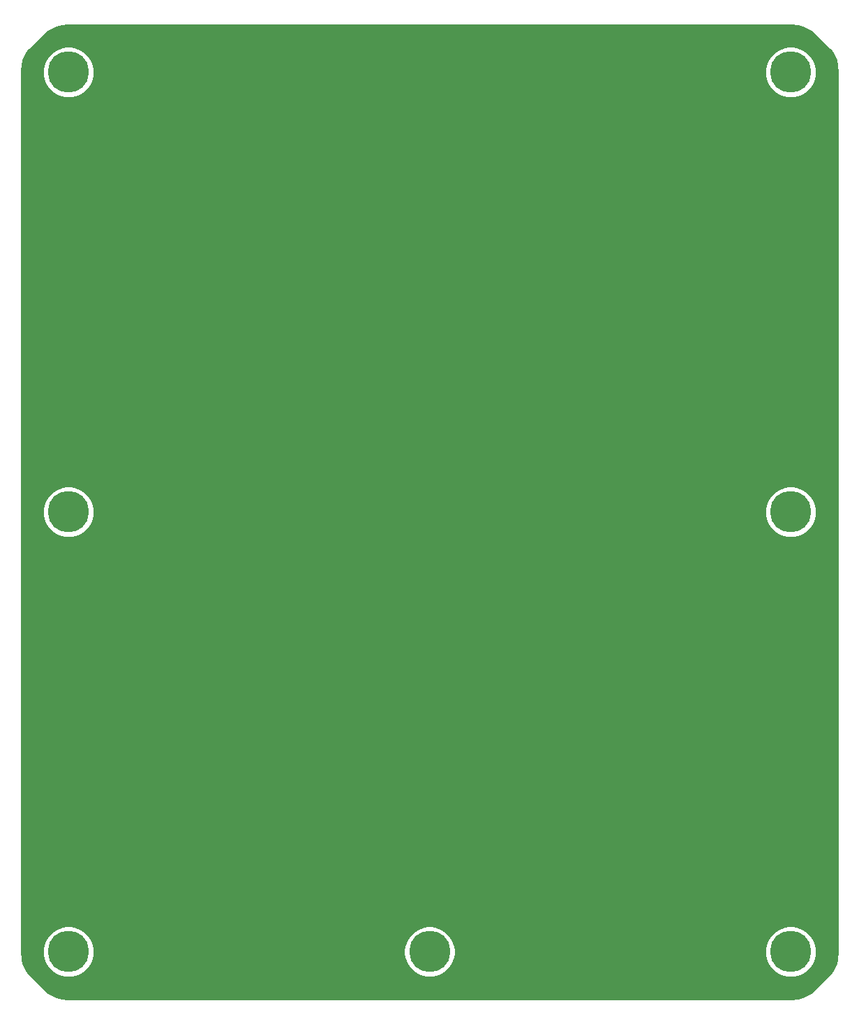
<source format=gbr>
G04 #@! TF.GenerationSoftware,KiCad,Pcbnew,(5.1.5)-3*
G04 #@! TF.CreationDate,2020-07-25T15:17:40-04:00*
G04 #@! TF.ProjectId,bottom-plate,626f7474-6f6d-42d7-906c-6174652e6b69,rev?*
G04 #@! TF.SameCoordinates,Original*
G04 #@! TF.FileFunction,Copper,L2,Bot*
G04 #@! TF.FilePolarity,Positive*
%FSLAX46Y46*%
G04 Gerber Fmt 4.6, Leading zero omitted, Abs format (unit mm)*
G04 Created by KiCad (PCBNEW (5.1.5)-3) date 2020-07-25 15:17:40*
%MOMM*%
%LPD*%
G04 APERTURE LIST*
%ADD10C,5.000000*%
%ADD11C,0.254000*%
G04 APERTURE END LIST*
D10*
X105410000Y-43180000D03*
X105410000Y-149860000D03*
X105410000Y-96520000D03*
X193040000Y-149860000D03*
X149225000Y-149860000D03*
X193040000Y-43180000D03*
X193040000Y-96520000D03*
D11*
G36*
X193929791Y-37562068D02*
G01*
X194488356Y-37696168D01*
X195504768Y-38204374D01*
X198015626Y-40715232D01*
X198523831Y-41731643D01*
X198657931Y-42290207D01*
X198730001Y-43205939D01*
X198730000Y-149834074D01*
X198657931Y-150749793D01*
X198523831Y-151308357D01*
X198015626Y-152324768D01*
X195504768Y-154835626D01*
X194488356Y-155343832D01*
X193929791Y-155477932D01*
X193014074Y-155550000D01*
X105435926Y-155550000D01*
X104520207Y-155477931D01*
X103961643Y-155343831D01*
X102945232Y-154835626D01*
X100434374Y-152324768D01*
X99926168Y-151308356D01*
X99792068Y-150749791D01*
X99720000Y-149834074D01*
X99720000Y-149551229D01*
X102275000Y-149551229D01*
X102275000Y-150168771D01*
X102395476Y-150774446D01*
X102631799Y-151344979D01*
X102974886Y-151858446D01*
X103411554Y-152295114D01*
X103925021Y-152638201D01*
X104495554Y-152874524D01*
X105101229Y-152995000D01*
X105718771Y-152995000D01*
X106324446Y-152874524D01*
X106894979Y-152638201D01*
X107408446Y-152295114D01*
X107845114Y-151858446D01*
X108188201Y-151344979D01*
X108424524Y-150774446D01*
X108545000Y-150168771D01*
X108545000Y-149551229D01*
X146090000Y-149551229D01*
X146090000Y-150168771D01*
X146210476Y-150774446D01*
X146446799Y-151344979D01*
X146789886Y-151858446D01*
X147226554Y-152295114D01*
X147740021Y-152638201D01*
X148310554Y-152874524D01*
X148916229Y-152995000D01*
X149533771Y-152995000D01*
X150139446Y-152874524D01*
X150709979Y-152638201D01*
X151223446Y-152295114D01*
X151660114Y-151858446D01*
X152003201Y-151344979D01*
X152239524Y-150774446D01*
X152360000Y-150168771D01*
X152360000Y-149551229D01*
X189905000Y-149551229D01*
X189905000Y-150168771D01*
X190025476Y-150774446D01*
X190261799Y-151344979D01*
X190604886Y-151858446D01*
X191041554Y-152295114D01*
X191555021Y-152638201D01*
X192125554Y-152874524D01*
X192731229Y-152995000D01*
X193348771Y-152995000D01*
X193954446Y-152874524D01*
X194524979Y-152638201D01*
X195038446Y-152295114D01*
X195475114Y-151858446D01*
X195818201Y-151344979D01*
X196054524Y-150774446D01*
X196175000Y-150168771D01*
X196175000Y-149551229D01*
X196054524Y-148945554D01*
X195818201Y-148375021D01*
X195475114Y-147861554D01*
X195038446Y-147424886D01*
X194524979Y-147081799D01*
X193954446Y-146845476D01*
X193348771Y-146725000D01*
X192731229Y-146725000D01*
X192125554Y-146845476D01*
X191555021Y-147081799D01*
X191041554Y-147424886D01*
X190604886Y-147861554D01*
X190261799Y-148375021D01*
X190025476Y-148945554D01*
X189905000Y-149551229D01*
X152360000Y-149551229D01*
X152239524Y-148945554D01*
X152003201Y-148375021D01*
X151660114Y-147861554D01*
X151223446Y-147424886D01*
X150709979Y-147081799D01*
X150139446Y-146845476D01*
X149533771Y-146725000D01*
X148916229Y-146725000D01*
X148310554Y-146845476D01*
X147740021Y-147081799D01*
X147226554Y-147424886D01*
X146789886Y-147861554D01*
X146446799Y-148375021D01*
X146210476Y-148945554D01*
X146090000Y-149551229D01*
X108545000Y-149551229D01*
X108424524Y-148945554D01*
X108188201Y-148375021D01*
X107845114Y-147861554D01*
X107408446Y-147424886D01*
X106894979Y-147081799D01*
X106324446Y-146845476D01*
X105718771Y-146725000D01*
X105101229Y-146725000D01*
X104495554Y-146845476D01*
X103925021Y-147081799D01*
X103411554Y-147424886D01*
X102974886Y-147861554D01*
X102631799Y-148375021D01*
X102395476Y-148945554D01*
X102275000Y-149551229D01*
X99720000Y-149551229D01*
X99720000Y-96211229D01*
X102275000Y-96211229D01*
X102275000Y-96828771D01*
X102395476Y-97434446D01*
X102631799Y-98004979D01*
X102974886Y-98518446D01*
X103411554Y-98955114D01*
X103925021Y-99298201D01*
X104495554Y-99534524D01*
X105101229Y-99655000D01*
X105718771Y-99655000D01*
X106324446Y-99534524D01*
X106894979Y-99298201D01*
X107408446Y-98955114D01*
X107845114Y-98518446D01*
X108188201Y-98004979D01*
X108424524Y-97434446D01*
X108545000Y-96828771D01*
X108545000Y-96211229D01*
X189905000Y-96211229D01*
X189905000Y-96828771D01*
X190025476Y-97434446D01*
X190261799Y-98004979D01*
X190604886Y-98518446D01*
X191041554Y-98955114D01*
X191555021Y-99298201D01*
X192125554Y-99534524D01*
X192731229Y-99655000D01*
X193348771Y-99655000D01*
X193954446Y-99534524D01*
X194524979Y-99298201D01*
X195038446Y-98955114D01*
X195475114Y-98518446D01*
X195818201Y-98004979D01*
X196054524Y-97434446D01*
X196175000Y-96828771D01*
X196175000Y-96211229D01*
X196054524Y-95605554D01*
X195818201Y-95035021D01*
X195475114Y-94521554D01*
X195038446Y-94084886D01*
X194524979Y-93741799D01*
X193954446Y-93505476D01*
X193348771Y-93385000D01*
X192731229Y-93385000D01*
X192125554Y-93505476D01*
X191555021Y-93741799D01*
X191041554Y-94084886D01*
X190604886Y-94521554D01*
X190261799Y-95035021D01*
X190025476Y-95605554D01*
X189905000Y-96211229D01*
X108545000Y-96211229D01*
X108424524Y-95605554D01*
X108188201Y-95035021D01*
X107845114Y-94521554D01*
X107408446Y-94084886D01*
X106894979Y-93741799D01*
X106324446Y-93505476D01*
X105718771Y-93385000D01*
X105101229Y-93385000D01*
X104495554Y-93505476D01*
X103925021Y-93741799D01*
X103411554Y-94084886D01*
X102974886Y-94521554D01*
X102631799Y-95035021D01*
X102395476Y-95605554D01*
X102275000Y-96211229D01*
X99720000Y-96211229D01*
X99720000Y-43205926D01*
X99746341Y-42871229D01*
X102275000Y-42871229D01*
X102275000Y-43488771D01*
X102395476Y-44094446D01*
X102631799Y-44664979D01*
X102974886Y-45178446D01*
X103411554Y-45615114D01*
X103925021Y-45958201D01*
X104495554Y-46194524D01*
X105101229Y-46315000D01*
X105718771Y-46315000D01*
X106324446Y-46194524D01*
X106894979Y-45958201D01*
X107408446Y-45615114D01*
X107845114Y-45178446D01*
X108188201Y-44664979D01*
X108424524Y-44094446D01*
X108545000Y-43488771D01*
X108545000Y-42871229D01*
X189905000Y-42871229D01*
X189905000Y-43488771D01*
X190025476Y-44094446D01*
X190261799Y-44664979D01*
X190604886Y-45178446D01*
X191041554Y-45615114D01*
X191555021Y-45958201D01*
X192125554Y-46194524D01*
X192731229Y-46315000D01*
X193348771Y-46315000D01*
X193954446Y-46194524D01*
X194524979Y-45958201D01*
X195038446Y-45615114D01*
X195475114Y-45178446D01*
X195818201Y-44664979D01*
X196054524Y-44094446D01*
X196175000Y-43488771D01*
X196175000Y-42871229D01*
X196054524Y-42265554D01*
X195818201Y-41695021D01*
X195475114Y-41181554D01*
X195038446Y-40744886D01*
X194524979Y-40401799D01*
X193954446Y-40165476D01*
X193348771Y-40045000D01*
X192731229Y-40045000D01*
X192125554Y-40165476D01*
X191555021Y-40401799D01*
X191041554Y-40744886D01*
X190604886Y-41181554D01*
X190261799Y-41695021D01*
X190025476Y-42265554D01*
X189905000Y-42871229D01*
X108545000Y-42871229D01*
X108424524Y-42265554D01*
X108188201Y-41695021D01*
X107845114Y-41181554D01*
X107408446Y-40744886D01*
X106894979Y-40401799D01*
X106324446Y-40165476D01*
X105718771Y-40045000D01*
X105101229Y-40045000D01*
X104495554Y-40165476D01*
X103925021Y-40401799D01*
X103411554Y-40744886D01*
X102974886Y-41181554D01*
X102631799Y-41695021D01*
X102395476Y-42265554D01*
X102275000Y-42871229D01*
X99746341Y-42871229D01*
X99792068Y-42290209D01*
X99926168Y-41731644D01*
X100434374Y-40715232D01*
X102945232Y-38204374D01*
X103961643Y-37696169D01*
X104520207Y-37562069D01*
X105435926Y-37490000D01*
X193014074Y-37490000D01*
X193929791Y-37562068D01*
G37*
X193929791Y-37562068D02*
X194488356Y-37696168D01*
X195504768Y-38204374D01*
X198015626Y-40715232D01*
X198523831Y-41731643D01*
X198657931Y-42290207D01*
X198730001Y-43205939D01*
X198730000Y-149834074D01*
X198657931Y-150749793D01*
X198523831Y-151308357D01*
X198015626Y-152324768D01*
X195504768Y-154835626D01*
X194488356Y-155343832D01*
X193929791Y-155477932D01*
X193014074Y-155550000D01*
X105435926Y-155550000D01*
X104520207Y-155477931D01*
X103961643Y-155343831D01*
X102945232Y-154835626D01*
X100434374Y-152324768D01*
X99926168Y-151308356D01*
X99792068Y-150749791D01*
X99720000Y-149834074D01*
X99720000Y-149551229D01*
X102275000Y-149551229D01*
X102275000Y-150168771D01*
X102395476Y-150774446D01*
X102631799Y-151344979D01*
X102974886Y-151858446D01*
X103411554Y-152295114D01*
X103925021Y-152638201D01*
X104495554Y-152874524D01*
X105101229Y-152995000D01*
X105718771Y-152995000D01*
X106324446Y-152874524D01*
X106894979Y-152638201D01*
X107408446Y-152295114D01*
X107845114Y-151858446D01*
X108188201Y-151344979D01*
X108424524Y-150774446D01*
X108545000Y-150168771D01*
X108545000Y-149551229D01*
X146090000Y-149551229D01*
X146090000Y-150168771D01*
X146210476Y-150774446D01*
X146446799Y-151344979D01*
X146789886Y-151858446D01*
X147226554Y-152295114D01*
X147740021Y-152638201D01*
X148310554Y-152874524D01*
X148916229Y-152995000D01*
X149533771Y-152995000D01*
X150139446Y-152874524D01*
X150709979Y-152638201D01*
X151223446Y-152295114D01*
X151660114Y-151858446D01*
X152003201Y-151344979D01*
X152239524Y-150774446D01*
X152360000Y-150168771D01*
X152360000Y-149551229D01*
X189905000Y-149551229D01*
X189905000Y-150168771D01*
X190025476Y-150774446D01*
X190261799Y-151344979D01*
X190604886Y-151858446D01*
X191041554Y-152295114D01*
X191555021Y-152638201D01*
X192125554Y-152874524D01*
X192731229Y-152995000D01*
X193348771Y-152995000D01*
X193954446Y-152874524D01*
X194524979Y-152638201D01*
X195038446Y-152295114D01*
X195475114Y-151858446D01*
X195818201Y-151344979D01*
X196054524Y-150774446D01*
X196175000Y-150168771D01*
X196175000Y-149551229D01*
X196054524Y-148945554D01*
X195818201Y-148375021D01*
X195475114Y-147861554D01*
X195038446Y-147424886D01*
X194524979Y-147081799D01*
X193954446Y-146845476D01*
X193348771Y-146725000D01*
X192731229Y-146725000D01*
X192125554Y-146845476D01*
X191555021Y-147081799D01*
X191041554Y-147424886D01*
X190604886Y-147861554D01*
X190261799Y-148375021D01*
X190025476Y-148945554D01*
X189905000Y-149551229D01*
X152360000Y-149551229D01*
X152239524Y-148945554D01*
X152003201Y-148375021D01*
X151660114Y-147861554D01*
X151223446Y-147424886D01*
X150709979Y-147081799D01*
X150139446Y-146845476D01*
X149533771Y-146725000D01*
X148916229Y-146725000D01*
X148310554Y-146845476D01*
X147740021Y-147081799D01*
X147226554Y-147424886D01*
X146789886Y-147861554D01*
X146446799Y-148375021D01*
X146210476Y-148945554D01*
X146090000Y-149551229D01*
X108545000Y-149551229D01*
X108424524Y-148945554D01*
X108188201Y-148375021D01*
X107845114Y-147861554D01*
X107408446Y-147424886D01*
X106894979Y-147081799D01*
X106324446Y-146845476D01*
X105718771Y-146725000D01*
X105101229Y-146725000D01*
X104495554Y-146845476D01*
X103925021Y-147081799D01*
X103411554Y-147424886D01*
X102974886Y-147861554D01*
X102631799Y-148375021D01*
X102395476Y-148945554D01*
X102275000Y-149551229D01*
X99720000Y-149551229D01*
X99720000Y-96211229D01*
X102275000Y-96211229D01*
X102275000Y-96828771D01*
X102395476Y-97434446D01*
X102631799Y-98004979D01*
X102974886Y-98518446D01*
X103411554Y-98955114D01*
X103925021Y-99298201D01*
X104495554Y-99534524D01*
X105101229Y-99655000D01*
X105718771Y-99655000D01*
X106324446Y-99534524D01*
X106894979Y-99298201D01*
X107408446Y-98955114D01*
X107845114Y-98518446D01*
X108188201Y-98004979D01*
X108424524Y-97434446D01*
X108545000Y-96828771D01*
X108545000Y-96211229D01*
X189905000Y-96211229D01*
X189905000Y-96828771D01*
X190025476Y-97434446D01*
X190261799Y-98004979D01*
X190604886Y-98518446D01*
X191041554Y-98955114D01*
X191555021Y-99298201D01*
X192125554Y-99534524D01*
X192731229Y-99655000D01*
X193348771Y-99655000D01*
X193954446Y-99534524D01*
X194524979Y-99298201D01*
X195038446Y-98955114D01*
X195475114Y-98518446D01*
X195818201Y-98004979D01*
X196054524Y-97434446D01*
X196175000Y-96828771D01*
X196175000Y-96211229D01*
X196054524Y-95605554D01*
X195818201Y-95035021D01*
X195475114Y-94521554D01*
X195038446Y-94084886D01*
X194524979Y-93741799D01*
X193954446Y-93505476D01*
X193348771Y-93385000D01*
X192731229Y-93385000D01*
X192125554Y-93505476D01*
X191555021Y-93741799D01*
X191041554Y-94084886D01*
X190604886Y-94521554D01*
X190261799Y-95035021D01*
X190025476Y-95605554D01*
X189905000Y-96211229D01*
X108545000Y-96211229D01*
X108424524Y-95605554D01*
X108188201Y-95035021D01*
X107845114Y-94521554D01*
X107408446Y-94084886D01*
X106894979Y-93741799D01*
X106324446Y-93505476D01*
X105718771Y-93385000D01*
X105101229Y-93385000D01*
X104495554Y-93505476D01*
X103925021Y-93741799D01*
X103411554Y-94084886D01*
X102974886Y-94521554D01*
X102631799Y-95035021D01*
X102395476Y-95605554D01*
X102275000Y-96211229D01*
X99720000Y-96211229D01*
X99720000Y-43205926D01*
X99746341Y-42871229D01*
X102275000Y-42871229D01*
X102275000Y-43488771D01*
X102395476Y-44094446D01*
X102631799Y-44664979D01*
X102974886Y-45178446D01*
X103411554Y-45615114D01*
X103925021Y-45958201D01*
X104495554Y-46194524D01*
X105101229Y-46315000D01*
X105718771Y-46315000D01*
X106324446Y-46194524D01*
X106894979Y-45958201D01*
X107408446Y-45615114D01*
X107845114Y-45178446D01*
X108188201Y-44664979D01*
X108424524Y-44094446D01*
X108545000Y-43488771D01*
X108545000Y-42871229D01*
X189905000Y-42871229D01*
X189905000Y-43488771D01*
X190025476Y-44094446D01*
X190261799Y-44664979D01*
X190604886Y-45178446D01*
X191041554Y-45615114D01*
X191555021Y-45958201D01*
X192125554Y-46194524D01*
X192731229Y-46315000D01*
X193348771Y-46315000D01*
X193954446Y-46194524D01*
X194524979Y-45958201D01*
X195038446Y-45615114D01*
X195475114Y-45178446D01*
X195818201Y-44664979D01*
X196054524Y-44094446D01*
X196175000Y-43488771D01*
X196175000Y-42871229D01*
X196054524Y-42265554D01*
X195818201Y-41695021D01*
X195475114Y-41181554D01*
X195038446Y-40744886D01*
X194524979Y-40401799D01*
X193954446Y-40165476D01*
X193348771Y-40045000D01*
X192731229Y-40045000D01*
X192125554Y-40165476D01*
X191555021Y-40401799D01*
X191041554Y-40744886D01*
X190604886Y-41181554D01*
X190261799Y-41695021D01*
X190025476Y-42265554D01*
X189905000Y-42871229D01*
X108545000Y-42871229D01*
X108424524Y-42265554D01*
X108188201Y-41695021D01*
X107845114Y-41181554D01*
X107408446Y-40744886D01*
X106894979Y-40401799D01*
X106324446Y-40165476D01*
X105718771Y-40045000D01*
X105101229Y-40045000D01*
X104495554Y-40165476D01*
X103925021Y-40401799D01*
X103411554Y-40744886D01*
X102974886Y-41181554D01*
X102631799Y-41695021D01*
X102395476Y-42265554D01*
X102275000Y-42871229D01*
X99746341Y-42871229D01*
X99792068Y-42290209D01*
X99926168Y-41731644D01*
X100434374Y-40715232D01*
X102945232Y-38204374D01*
X103961643Y-37696169D01*
X104520207Y-37562069D01*
X105435926Y-37490000D01*
X193014074Y-37490000D01*
X193929791Y-37562068D01*
M02*

</source>
